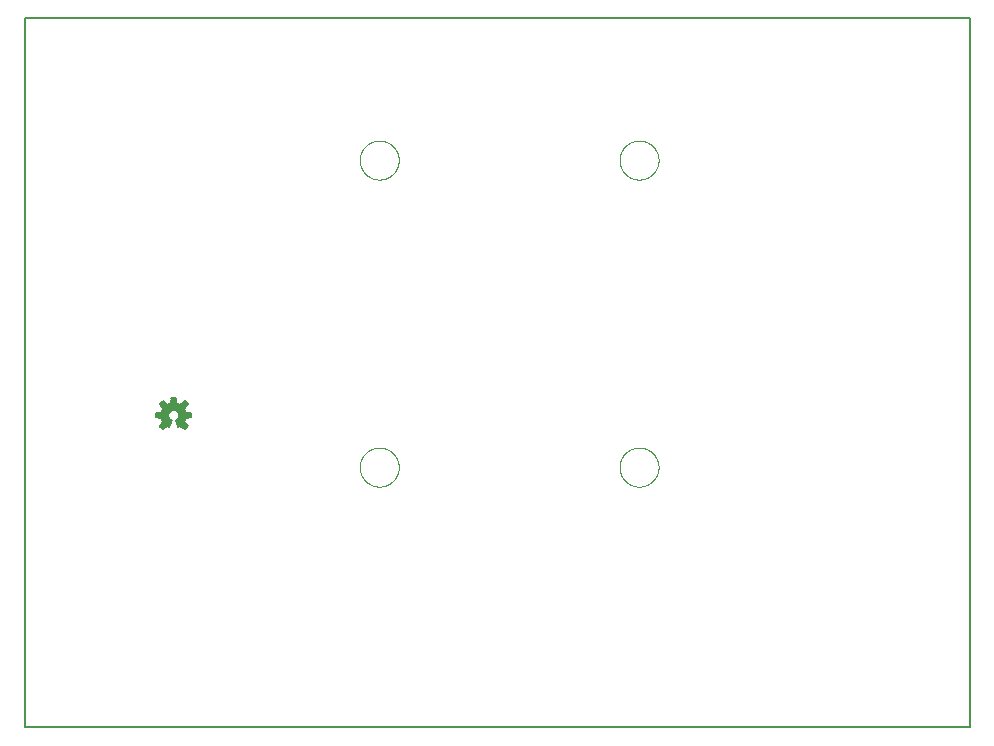
<source format=gbo>
G75*
%MOIN*%
%OFA0B0*%
%FSLAX25Y25*%
%IPPOS*%
%LPD*%
%AMOC8*
5,1,8,0,0,1.08239X$1,22.5*
%
%ADD10C,0.00800*%
%ADD11C,0.00591*%
%ADD12C,0.00000*%
D10*
X0146255Y0061333D02*
X0461216Y0061333D01*
X0461216Y0297554D01*
X0146255Y0297554D01*
X0146255Y0061333D01*
D11*
X0192219Y0160580D02*
X0191202Y0161598D01*
X0192412Y0163082D01*
X0192104Y0163680D01*
X0191899Y0164320D01*
X0189994Y0164514D01*
X0189994Y0165953D01*
X0191899Y0166147D01*
X0192104Y0166787D01*
X0192412Y0167385D01*
X0191202Y0168869D01*
X0192219Y0169887D01*
X0193703Y0168677D01*
X0194301Y0168985D01*
X0194942Y0169190D01*
X0195135Y0171095D01*
X0196575Y0171095D01*
X0196768Y0169190D01*
X0197409Y0168985D01*
X0198007Y0168677D01*
X0199491Y0169887D01*
X0200509Y0168869D01*
X0199298Y0167385D01*
X0199606Y0166787D01*
X0199811Y0166147D01*
X0201716Y0165953D01*
X0201716Y0164514D01*
X0199811Y0164320D01*
X0199606Y0163680D01*
X0199298Y0163082D01*
X0200509Y0161598D01*
X0199491Y0160580D01*
X0198007Y0161790D01*
X0197409Y0161482D01*
X0196561Y0163528D01*
X0196940Y0163740D01*
X0197259Y0164035D01*
X0197500Y0164395D01*
X0197650Y0164802D01*
X0197701Y0165233D01*
X0197648Y0165672D01*
X0197492Y0166085D01*
X0197243Y0166450D01*
X0196914Y0166745D01*
X0196524Y0166953D01*
X0196096Y0167063D01*
X0195654Y0167067D01*
X0195224Y0166967D01*
X0194830Y0166767D01*
X0194495Y0166480D01*
X0194238Y0166121D01*
X0194073Y0165711D01*
X0194010Y0165273D01*
X0194054Y0164834D01*
X0194200Y0164417D01*
X0194442Y0164047D01*
X0194764Y0163745D01*
X0195149Y0163528D01*
X0194301Y0161482D01*
X0193703Y0161790D01*
X0192219Y0160580D01*
X0191914Y0160885D02*
X0192593Y0160885D01*
X0193316Y0161474D02*
X0191325Y0161474D01*
X0191581Y0162063D02*
X0194542Y0162063D01*
X0194786Y0162652D02*
X0192061Y0162652D01*
X0192330Y0163241D02*
X0195030Y0163241D01*
X0194673Y0163830D02*
X0192056Y0163830D01*
X0190922Y0164419D02*
X0194199Y0164419D01*
X0194037Y0165008D02*
X0189994Y0165008D01*
X0189994Y0165597D02*
X0194057Y0165597D01*
X0194285Y0166186D02*
X0191911Y0166186D01*
X0192100Y0166776D02*
X0194846Y0166776D01*
X0196856Y0166776D02*
X0199610Y0166776D01*
X0199799Y0166186D02*
X0197423Y0166186D01*
X0197657Y0165597D02*
X0201716Y0165597D01*
X0201716Y0165008D02*
X0197674Y0165008D01*
X0197508Y0164419D02*
X0200788Y0164419D01*
X0199655Y0163830D02*
X0197037Y0163830D01*
X0196680Y0163241D02*
X0199380Y0163241D01*
X0199649Y0162652D02*
X0196924Y0162652D01*
X0197168Y0162063D02*
X0200129Y0162063D01*
X0200385Y0161474D02*
X0198394Y0161474D01*
X0199117Y0160885D02*
X0199796Y0160885D01*
X0199309Y0167365D02*
X0192401Y0167365D01*
X0191948Y0167954D02*
X0199762Y0167954D01*
X0200242Y0168543D02*
X0191468Y0168543D01*
X0191464Y0169132D02*
X0193145Y0169132D01*
X0192423Y0169721D02*
X0192053Y0169721D01*
X0194761Y0169132D02*
X0196949Y0169132D01*
X0196714Y0169721D02*
X0194996Y0169721D01*
X0195056Y0170310D02*
X0196655Y0170310D01*
X0196595Y0170899D02*
X0195115Y0170899D01*
X0198565Y0169132D02*
X0200246Y0169132D01*
X0199657Y0169721D02*
X0199287Y0169721D01*
D12*
X0257865Y0147948D02*
X0257867Y0148109D01*
X0257873Y0148269D01*
X0257883Y0148430D01*
X0257897Y0148590D01*
X0257915Y0148750D01*
X0257936Y0148909D01*
X0257962Y0149068D01*
X0257992Y0149226D01*
X0258025Y0149383D01*
X0258063Y0149540D01*
X0258104Y0149695D01*
X0258149Y0149849D01*
X0258198Y0150002D01*
X0258251Y0150154D01*
X0258307Y0150305D01*
X0258368Y0150454D01*
X0258431Y0150602D01*
X0258499Y0150748D01*
X0258570Y0150892D01*
X0258644Y0151034D01*
X0258722Y0151175D01*
X0258804Y0151313D01*
X0258889Y0151450D01*
X0258977Y0151584D01*
X0259069Y0151716D01*
X0259164Y0151846D01*
X0259262Y0151974D01*
X0259363Y0152099D01*
X0259467Y0152221D01*
X0259574Y0152341D01*
X0259684Y0152458D01*
X0259797Y0152573D01*
X0259913Y0152684D01*
X0260032Y0152793D01*
X0260153Y0152898D01*
X0260277Y0153001D01*
X0260403Y0153101D01*
X0260531Y0153197D01*
X0260662Y0153290D01*
X0260796Y0153380D01*
X0260931Y0153467D01*
X0261069Y0153550D01*
X0261208Y0153630D01*
X0261350Y0153706D01*
X0261493Y0153779D01*
X0261638Y0153848D01*
X0261785Y0153914D01*
X0261933Y0153976D01*
X0262083Y0154034D01*
X0262234Y0154089D01*
X0262387Y0154140D01*
X0262541Y0154187D01*
X0262696Y0154230D01*
X0262852Y0154269D01*
X0263008Y0154305D01*
X0263166Y0154336D01*
X0263324Y0154364D01*
X0263483Y0154388D01*
X0263643Y0154408D01*
X0263803Y0154424D01*
X0263963Y0154436D01*
X0264124Y0154444D01*
X0264285Y0154448D01*
X0264445Y0154448D01*
X0264606Y0154444D01*
X0264767Y0154436D01*
X0264927Y0154424D01*
X0265087Y0154408D01*
X0265247Y0154388D01*
X0265406Y0154364D01*
X0265564Y0154336D01*
X0265722Y0154305D01*
X0265878Y0154269D01*
X0266034Y0154230D01*
X0266189Y0154187D01*
X0266343Y0154140D01*
X0266496Y0154089D01*
X0266647Y0154034D01*
X0266797Y0153976D01*
X0266945Y0153914D01*
X0267092Y0153848D01*
X0267237Y0153779D01*
X0267380Y0153706D01*
X0267522Y0153630D01*
X0267661Y0153550D01*
X0267799Y0153467D01*
X0267934Y0153380D01*
X0268068Y0153290D01*
X0268199Y0153197D01*
X0268327Y0153101D01*
X0268453Y0153001D01*
X0268577Y0152898D01*
X0268698Y0152793D01*
X0268817Y0152684D01*
X0268933Y0152573D01*
X0269046Y0152458D01*
X0269156Y0152341D01*
X0269263Y0152221D01*
X0269367Y0152099D01*
X0269468Y0151974D01*
X0269566Y0151846D01*
X0269661Y0151716D01*
X0269753Y0151584D01*
X0269841Y0151450D01*
X0269926Y0151313D01*
X0270008Y0151175D01*
X0270086Y0151034D01*
X0270160Y0150892D01*
X0270231Y0150748D01*
X0270299Y0150602D01*
X0270362Y0150454D01*
X0270423Y0150305D01*
X0270479Y0150154D01*
X0270532Y0150002D01*
X0270581Y0149849D01*
X0270626Y0149695D01*
X0270667Y0149540D01*
X0270705Y0149383D01*
X0270738Y0149226D01*
X0270768Y0149068D01*
X0270794Y0148909D01*
X0270815Y0148750D01*
X0270833Y0148590D01*
X0270847Y0148430D01*
X0270857Y0148269D01*
X0270863Y0148109D01*
X0270865Y0147948D01*
X0270863Y0147787D01*
X0270857Y0147627D01*
X0270847Y0147466D01*
X0270833Y0147306D01*
X0270815Y0147146D01*
X0270794Y0146987D01*
X0270768Y0146828D01*
X0270738Y0146670D01*
X0270705Y0146513D01*
X0270667Y0146356D01*
X0270626Y0146201D01*
X0270581Y0146047D01*
X0270532Y0145894D01*
X0270479Y0145742D01*
X0270423Y0145591D01*
X0270362Y0145442D01*
X0270299Y0145294D01*
X0270231Y0145148D01*
X0270160Y0145004D01*
X0270086Y0144862D01*
X0270008Y0144721D01*
X0269926Y0144583D01*
X0269841Y0144446D01*
X0269753Y0144312D01*
X0269661Y0144180D01*
X0269566Y0144050D01*
X0269468Y0143922D01*
X0269367Y0143797D01*
X0269263Y0143675D01*
X0269156Y0143555D01*
X0269046Y0143438D01*
X0268933Y0143323D01*
X0268817Y0143212D01*
X0268698Y0143103D01*
X0268577Y0142998D01*
X0268453Y0142895D01*
X0268327Y0142795D01*
X0268199Y0142699D01*
X0268068Y0142606D01*
X0267934Y0142516D01*
X0267799Y0142429D01*
X0267661Y0142346D01*
X0267522Y0142266D01*
X0267380Y0142190D01*
X0267237Y0142117D01*
X0267092Y0142048D01*
X0266945Y0141982D01*
X0266797Y0141920D01*
X0266647Y0141862D01*
X0266496Y0141807D01*
X0266343Y0141756D01*
X0266189Y0141709D01*
X0266034Y0141666D01*
X0265878Y0141627D01*
X0265722Y0141591D01*
X0265564Y0141560D01*
X0265406Y0141532D01*
X0265247Y0141508D01*
X0265087Y0141488D01*
X0264927Y0141472D01*
X0264767Y0141460D01*
X0264606Y0141452D01*
X0264445Y0141448D01*
X0264285Y0141448D01*
X0264124Y0141452D01*
X0263963Y0141460D01*
X0263803Y0141472D01*
X0263643Y0141488D01*
X0263483Y0141508D01*
X0263324Y0141532D01*
X0263166Y0141560D01*
X0263008Y0141591D01*
X0262852Y0141627D01*
X0262696Y0141666D01*
X0262541Y0141709D01*
X0262387Y0141756D01*
X0262234Y0141807D01*
X0262083Y0141862D01*
X0261933Y0141920D01*
X0261785Y0141982D01*
X0261638Y0142048D01*
X0261493Y0142117D01*
X0261350Y0142190D01*
X0261208Y0142266D01*
X0261069Y0142346D01*
X0260931Y0142429D01*
X0260796Y0142516D01*
X0260662Y0142606D01*
X0260531Y0142699D01*
X0260403Y0142795D01*
X0260277Y0142895D01*
X0260153Y0142998D01*
X0260032Y0143103D01*
X0259913Y0143212D01*
X0259797Y0143323D01*
X0259684Y0143438D01*
X0259574Y0143555D01*
X0259467Y0143675D01*
X0259363Y0143797D01*
X0259262Y0143922D01*
X0259164Y0144050D01*
X0259069Y0144180D01*
X0258977Y0144312D01*
X0258889Y0144446D01*
X0258804Y0144583D01*
X0258722Y0144721D01*
X0258644Y0144862D01*
X0258570Y0145004D01*
X0258499Y0145148D01*
X0258431Y0145294D01*
X0258368Y0145442D01*
X0258307Y0145591D01*
X0258251Y0145742D01*
X0258198Y0145894D01*
X0258149Y0146047D01*
X0258104Y0146201D01*
X0258063Y0146356D01*
X0258025Y0146513D01*
X0257992Y0146670D01*
X0257962Y0146828D01*
X0257936Y0146987D01*
X0257915Y0147146D01*
X0257897Y0147306D01*
X0257883Y0147466D01*
X0257873Y0147627D01*
X0257867Y0147787D01*
X0257865Y0147948D01*
X0344479Y0147948D02*
X0344481Y0148109D01*
X0344487Y0148269D01*
X0344497Y0148430D01*
X0344511Y0148590D01*
X0344529Y0148750D01*
X0344550Y0148909D01*
X0344576Y0149068D01*
X0344606Y0149226D01*
X0344639Y0149383D01*
X0344677Y0149540D01*
X0344718Y0149695D01*
X0344763Y0149849D01*
X0344812Y0150002D01*
X0344865Y0150154D01*
X0344921Y0150305D01*
X0344982Y0150454D01*
X0345045Y0150602D01*
X0345113Y0150748D01*
X0345184Y0150892D01*
X0345258Y0151034D01*
X0345336Y0151175D01*
X0345418Y0151313D01*
X0345503Y0151450D01*
X0345591Y0151584D01*
X0345683Y0151716D01*
X0345778Y0151846D01*
X0345876Y0151974D01*
X0345977Y0152099D01*
X0346081Y0152221D01*
X0346188Y0152341D01*
X0346298Y0152458D01*
X0346411Y0152573D01*
X0346527Y0152684D01*
X0346646Y0152793D01*
X0346767Y0152898D01*
X0346891Y0153001D01*
X0347017Y0153101D01*
X0347145Y0153197D01*
X0347276Y0153290D01*
X0347410Y0153380D01*
X0347545Y0153467D01*
X0347683Y0153550D01*
X0347822Y0153630D01*
X0347964Y0153706D01*
X0348107Y0153779D01*
X0348252Y0153848D01*
X0348399Y0153914D01*
X0348547Y0153976D01*
X0348697Y0154034D01*
X0348848Y0154089D01*
X0349001Y0154140D01*
X0349155Y0154187D01*
X0349310Y0154230D01*
X0349466Y0154269D01*
X0349622Y0154305D01*
X0349780Y0154336D01*
X0349938Y0154364D01*
X0350097Y0154388D01*
X0350257Y0154408D01*
X0350417Y0154424D01*
X0350577Y0154436D01*
X0350738Y0154444D01*
X0350899Y0154448D01*
X0351059Y0154448D01*
X0351220Y0154444D01*
X0351381Y0154436D01*
X0351541Y0154424D01*
X0351701Y0154408D01*
X0351861Y0154388D01*
X0352020Y0154364D01*
X0352178Y0154336D01*
X0352336Y0154305D01*
X0352492Y0154269D01*
X0352648Y0154230D01*
X0352803Y0154187D01*
X0352957Y0154140D01*
X0353110Y0154089D01*
X0353261Y0154034D01*
X0353411Y0153976D01*
X0353559Y0153914D01*
X0353706Y0153848D01*
X0353851Y0153779D01*
X0353994Y0153706D01*
X0354136Y0153630D01*
X0354275Y0153550D01*
X0354413Y0153467D01*
X0354548Y0153380D01*
X0354682Y0153290D01*
X0354813Y0153197D01*
X0354941Y0153101D01*
X0355067Y0153001D01*
X0355191Y0152898D01*
X0355312Y0152793D01*
X0355431Y0152684D01*
X0355547Y0152573D01*
X0355660Y0152458D01*
X0355770Y0152341D01*
X0355877Y0152221D01*
X0355981Y0152099D01*
X0356082Y0151974D01*
X0356180Y0151846D01*
X0356275Y0151716D01*
X0356367Y0151584D01*
X0356455Y0151450D01*
X0356540Y0151313D01*
X0356622Y0151175D01*
X0356700Y0151034D01*
X0356774Y0150892D01*
X0356845Y0150748D01*
X0356913Y0150602D01*
X0356976Y0150454D01*
X0357037Y0150305D01*
X0357093Y0150154D01*
X0357146Y0150002D01*
X0357195Y0149849D01*
X0357240Y0149695D01*
X0357281Y0149540D01*
X0357319Y0149383D01*
X0357352Y0149226D01*
X0357382Y0149068D01*
X0357408Y0148909D01*
X0357429Y0148750D01*
X0357447Y0148590D01*
X0357461Y0148430D01*
X0357471Y0148269D01*
X0357477Y0148109D01*
X0357479Y0147948D01*
X0357477Y0147787D01*
X0357471Y0147627D01*
X0357461Y0147466D01*
X0357447Y0147306D01*
X0357429Y0147146D01*
X0357408Y0146987D01*
X0357382Y0146828D01*
X0357352Y0146670D01*
X0357319Y0146513D01*
X0357281Y0146356D01*
X0357240Y0146201D01*
X0357195Y0146047D01*
X0357146Y0145894D01*
X0357093Y0145742D01*
X0357037Y0145591D01*
X0356976Y0145442D01*
X0356913Y0145294D01*
X0356845Y0145148D01*
X0356774Y0145004D01*
X0356700Y0144862D01*
X0356622Y0144721D01*
X0356540Y0144583D01*
X0356455Y0144446D01*
X0356367Y0144312D01*
X0356275Y0144180D01*
X0356180Y0144050D01*
X0356082Y0143922D01*
X0355981Y0143797D01*
X0355877Y0143675D01*
X0355770Y0143555D01*
X0355660Y0143438D01*
X0355547Y0143323D01*
X0355431Y0143212D01*
X0355312Y0143103D01*
X0355191Y0142998D01*
X0355067Y0142895D01*
X0354941Y0142795D01*
X0354813Y0142699D01*
X0354682Y0142606D01*
X0354548Y0142516D01*
X0354413Y0142429D01*
X0354275Y0142346D01*
X0354136Y0142266D01*
X0353994Y0142190D01*
X0353851Y0142117D01*
X0353706Y0142048D01*
X0353559Y0141982D01*
X0353411Y0141920D01*
X0353261Y0141862D01*
X0353110Y0141807D01*
X0352957Y0141756D01*
X0352803Y0141709D01*
X0352648Y0141666D01*
X0352492Y0141627D01*
X0352336Y0141591D01*
X0352178Y0141560D01*
X0352020Y0141532D01*
X0351861Y0141508D01*
X0351701Y0141488D01*
X0351541Y0141472D01*
X0351381Y0141460D01*
X0351220Y0141452D01*
X0351059Y0141448D01*
X0350899Y0141448D01*
X0350738Y0141452D01*
X0350577Y0141460D01*
X0350417Y0141472D01*
X0350257Y0141488D01*
X0350097Y0141508D01*
X0349938Y0141532D01*
X0349780Y0141560D01*
X0349622Y0141591D01*
X0349466Y0141627D01*
X0349310Y0141666D01*
X0349155Y0141709D01*
X0349001Y0141756D01*
X0348848Y0141807D01*
X0348697Y0141862D01*
X0348547Y0141920D01*
X0348399Y0141982D01*
X0348252Y0142048D01*
X0348107Y0142117D01*
X0347964Y0142190D01*
X0347822Y0142266D01*
X0347683Y0142346D01*
X0347545Y0142429D01*
X0347410Y0142516D01*
X0347276Y0142606D01*
X0347145Y0142699D01*
X0347017Y0142795D01*
X0346891Y0142895D01*
X0346767Y0142998D01*
X0346646Y0143103D01*
X0346527Y0143212D01*
X0346411Y0143323D01*
X0346298Y0143438D01*
X0346188Y0143555D01*
X0346081Y0143675D01*
X0345977Y0143797D01*
X0345876Y0143922D01*
X0345778Y0144050D01*
X0345683Y0144180D01*
X0345591Y0144312D01*
X0345503Y0144446D01*
X0345418Y0144583D01*
X0345336Y0144721D01*
X0345258Y0144862D01*
X0345184Y0145004D01*
X0345113Y0145148D01*
X0345045Y0145294D01*
X0344982Y0145442D01*
X0344921Y0145591D01*
X0344865Y0145742D01*
X0344812Y0145894D01*
X0344763Y0146047D01*
X0344718Y0146201D01*
X0344677Y0146356D01*
X0344639Y0146513D01*
X0344606Y0146670D01*
X0344576Y0146828D01*
X0344550Y0146987D01*
X0344529Y0147146D01*
X0344511Y0147306D01*
X0344497Y0147466D01*
X0344487Y0147627D01*
X0344481Y0147787D01*
X0344479Y0147948D01*
X0344479Y0250310D02*
X0344481Y0250471D01*
X0344487Y0250631D01*
X0344497Y0250792D01*
X0344511Y0250952D01*
X0344529Y0251112D01*
X0344550Y0251271D01*
X0344576Y0251430D01*
X0344606Y0251588D01*
X0344639Y0251745D01*
X0344677Y0251902D01*
X0344718Y0252057D01*
X0344763Y0252211D01*
X0344812Y0252364D01*
X0344865Y0252516D01*
X0344921Y0252667D01*
X0344982Y0252816D01*
X0345045Y0252964D01*
X0345113Y0253110D01*
X0345184Y0253254D01*
X0345258Y0253396D01*
X0345336Y0253537D01*
X0345418Y0253675D01*
X0345503Y0253812D01*
X0345591Y0253946D01*
X0345683Y0254078D01*
X0345778Y0254208D01*
X0345876Y0254336D01*
X0345977Y0254461D01*
X0346081Y0254583D01*
X0346188Y0254703D01*
X0346298Y0254820D01*
X0346411Y0254935D01*
X0346527Y0255046D01*
X0346646Y0255155D01*
X0346767Y0255260D01*
X0346891Y0255363D01*
X0347017Y0255463D01*
X0347145Y0255559D01*
X0347276Y0255652D01*
X0347410Y0255742D01*
X0347545Y0255829D01*
X0347683Y0255912D01*
X0347822Y0255992D01*
X0347964Y0256068D01*
X0348107Y0256141D01*
X0348252Y0256210D01*
X0348399Y0256276D01*
X0348547Y0256338D01*
X0348697Y0256396D01*
X0348848Y0256451D01*
X0349001Y0256502D01*
X0349155Y0256549D01*
X0349310Y0256592D01*
X0349466Y0256631D01*
X0349622Y0256667D01*
X0349780Y0256698D01*
X0349938Y0256726D01*
X0350097Y0256750D01*
X0350257Y0256770D01*
X0350417Y0256786D01*
X0350577Y0256798D01*
X0350738Y0256806D01*
X0350899Y0256810D01*
X0351059Y0256810D01*
X0351220Y0256806D01*
X0351381Y0256798D01*
X0351541Y0256786D01*
X0351701Y0256770D01*
X0351861Y0256750D01*
X0352020Y0256726D01*
X0352178Y0256698D01*
X0352336Y0256667D01*
X0352492Y0256631D01*
X0352648Y0256592D01*
X0352803Y0256549D01*
X0352957Y0256502D01*
X0353110Y0256451D01*
X0353261Y0256396D01*
X0353411Y0256338D01*
X0353559Y0256276D01*
X0353706Y0256210D01*
X0353851Y0256141D01*
X0353994Y0256068D01*
X0354136Y0255992D01*
X0354275Y0255912D01*
X0354413Y0255829D01*
X0354548Y0255742D01*
X0354682Y0255652D01*
X0354813Y0255559D01*
X0354941Y0255463D01*
X0355067Y0255363D01*
X0355191Y0255260D01*
X0355312Y0255155D01*
X0355431Y0255046D01*
X0355547Y0254935D01*
X0355660Y0254820D01*
X0355770Y0254703D01*
X0355877Y0254583D01*
X0355981Y0254461D01*
X0356082Y0254336D01*
X0356180Y0254208D01*
X0356275Y0254078D01*
X0356367Y0253946D01*
X0356455Y0253812D01*
X0356540Y0253675D01*
X0356622Y0253537D01*
X0356700Y0253396D01*
X0356774Y0253254D01*
X0356845Y0253110D01*
X0356913Y0252964D01*
X0356976Y0252816D01*
X0357037Y0252667D01*
X0357093Y0252516D01*
X0357146Y0252364D01*
X0357195Y0252211D01*
X0357240Y0252057D01*
X0357281Y0251902D01*
X0357319Y0251745D01*
X0357352Y0251588D01*
X0357382Y0251430D01*
X0357408Y0251271D01*
X0357429Y0251112D01*
X0357447Y0250952D01*
X0357461Y0250792D01*
X0357471Y0250631D01*
X0357477Y0250471D01*
X0357479Y0250310D01*
X0357477Y0250149D01*
X0357471Y0249989D01*
X0357461Y0249828D01*
X0357447Y0249668D01*
X0357429Y0249508D01*
X0357408Y0249349D01*
X0357382Y0249190D01*
X0357352Y0249032D01*
X0357319Y0248875D01*
X0357281Y0248718D01*
X0357240Y0248563D01*
X0357195Y0248409D01*
X0357146Y0248256D01*
X0357093Y0248104D01*
X0357037Y0247953D01*
X0356976Y0247804D01*
X0356913Y0247656D01*
X0356845Y0247510D01*
X0356774Y0247366D01*
X0356700Y0247224D01*
X0356622Y0247083D01*
X0356540Y0246945D01*
X0356455Y0246808D01*
X0356367Y0246674D01*
X0356275Y0246542D01*
X0356180Y0246412D01*
X0356082Y0246284D01*
X0355981Y0246159D01*
X0355877Y0246037D01*
X0355770Y0245917D01*
X0355660Y0245800D01*
X0355547Y0245685D01*
X0355431Y0245574D01*
X0355312Y0245465D01*
X0355191Y0245360D01*
X0355067Y0245257D01*
X0354941Y0245157D01*
X0354813Y0245061D01*
X0354682Y0244968D01*
X0354548Y0244878D01*
X0354413Y0244791D01*
X0354275Y0244708D01*
X0354136Y0244628D01*
X0353994Y0244552D01*
X0353851Y0244479D01*
X0353706Y0244410D01*
X0353559Y0244344D01*
X0353411Y0244282D01*
X0353261Y0244224D01*
X0353110Y0244169D01*
X0352957Y0244118D01*
X0352803Y0244071D01*
X0352648Y0244028D01*
X0352492Y0243989D01*
X0352336Y0243953D01*
X0352178Y0243922D01*
X0352020Y0243894D01*
X0351861Y0243870D01*
X0351701Y0243850D01*
X0351541Y0243834D01*
X0351381Y0243822D01*
X0351220Y0243814D01*
X0351059Y0243810D01*
X0350899Y0243810D01*
X0350738Y0243814D01*
X0350577Y0243822D01*
X0350417Y0243834D01*
X0350257Y0243850D01*
X0350097Y0243870D01*
X0349938Y0243894D01*
X0349780Y0243922D01*
X0349622Y0243953D01*
X0349466Y0243989D01*
X0349310Y0244028D01*
X0349155Y0244071D01*
X0349001Y0244118D01*
X0348848Y0244169D01*
X0348697Y0244224D01*
X0348547Y0244282D01*
X0348399Y0244344D01*
X0348252Y0244410D01*
X0348107Y0244479D01*
X0347964Y0244552D01*
X0347822Y0244628D01*
X0347683Y0244708D01*
X0347545Y0244791D01*
X0347410Y0244878D01*
X0347276Y0244968D01*
X0347145Y0245061D01*
X0347017Y0245157D01*
X0346891Y0245257D01*
X0346767Y0245360D01*
X0346646Y0245465D01*
X0346527Y0245574D01*
X0346411Y0245685D01*
X0346298Y0245800D01*
X0346188Y0245917D01*
X0346081Y0246037D01*
X0345977Y0246159D01*
X0345876Y0246284D01*
X0345778Y0246412D01*
X0345683Y0246542D01*
X0345591Y0246674D01*
X0345503Y0246808D01*
X0345418Y0246945D01*
X0345336Y0247083D01*
X0345258Y0247224D01*
X0345184Y0247366D01*
X0345113Y0247510D01*
X0345045Y0247656D01*
X0344982Y0247804D01*
X0344921Y0247953D01*
X0344865Y0248104D01*
X0344812Y0248256D01*
X0344763Y0248409D01*
X0344718Y0248563D01*
X0344677Y0248718D01*
X0344639Y0248875D01*
X0344606Y0249032D01*
X0344576Y0249190D01*
X0344550Y0249349D01*
X0344529Y0249508D01*
X0344511Y0249668D01*
X0344497Y0249828D01*
X0344487Y0249989D01*
X0344481Y0250149D01*
X0344479Y0250310D01*
X0257865Y0250310D02*
X0257867Y0250471D01*
X0257873Y0250631D01*
X0257883Y0250792D01*
X0257897Y0250952D01*
X0257915Y0251112D01*
X0257936Y0251271D01*
X0257962Y0251430D01*
X0257992Y0251588D01*
X0258025Y0251745D01*
X0258063Y0251902D01*
X0258104Y0252057D01*
X0258149Y0252211D01*
X0258198Y0252364D01*
X0258251Y0252516D01*
X0258307Y0252667D01*
X0258368Y0252816D01*
X0258431Y0252964D01*
X0258499Y0253110D01*
X0258570Y0253254D01*
X0258644Y0253396D01*
X0258722Y0253537D01*
X0258804Y0253675D01*
X0258889Y0253812D01*
X0258977Y0253946D01*
X0259069Y0254078D01*
X0259164Y0254208D01*
X0259262Y0254336D01*
X0259363Y0254461D01*
X0259467Y0254583D01*
X0259574Y0254703D01*
X0259684Y0254820D01*
X0259797Y0254935D01*
X0259913Y0255046D01*
X0260032Y0255155D01*
X0260153Y0255260D01*
X0260277Y0255363D01*
X0260403Y0255463D01*
X0260531Y0255559D01*
X0260662Y0255652D01*
X0260796Y0255742D01*
X0260931Y0255829D01*
X0261069Y0255912D01*
X0261208Y0255992D01*
X0261350Y0256068D01*
X0261493Y0256141D01*
X0261638Y0256210D01*
X0261785Y0256276D01*
X0261933Y0256338D01*
X0262083Y0256396D01*
X0262234Y0256451D01*
X0262387Y0256502D01*
X0262541Y0256549D01*
X0262696Y0256592D01*
X0262852Y0256631D01*
X0263008Y0256667D01*
X0263166Y0256698D01*
X0263324Y0256726D01*
X0263483Y0256750D01*
X0263643Y0256770D01*
X0263803Y0256786D01*
X0263963Y0256798D01*
X0264124Y0256806D01*
X0264285Y0256810D01*
X0264445Y0256810D01*
X0264606Y0256806D01*
X0264767Y0256798D01*
X0264927Y0256786D01*
X0265087Y0256770D01*
X0265247Y0256750D01*
X0265406Y0256726D01*
X0265564Y0256698D01*
X0265722Y0256667D01*
X0265878Y0256631D01*
X0266034Y0256592D01*
X0266189Y0256549D01*
X0266343Y0256502D01*
X0266496Y0256451D01*
X0266647Y0256396D01*
X0266797Y0256338D01*
X0266945Y0256276D01*
X0267092Y0256210D01*
X0267237Y0256141D01*
X0267380Y0256068D01*
X0267522Y0255992D01*
X0267661Y0255912D01*
X0267799Y0255829D01*
X0267934Y0255742D01*
X0268068Y0255652D01*
X0268199Y0255559D01*
X0268327Y0255463D01*
X0268453Y0255363D01*
X0268577Y0255260D01*
X0268698Y0255155D01*
X0268817Y0255046D01*
X0268933Y0254935D01*
X0269046Y0254820D01*
X0269156Y0254703D01*
X0269263Y0254583D01*
X0269367Y0254461D01*
X0269468Y0254336D01*
X0269566Y0254208D01*
X0269661Y0254078D01*
X0269753Y0253946D01*
X0269841Y0253812D01*
X0269926Y0253675D01*
X0270008Y0253537D01*
X0270086Y0253396D01*
X0270160Y0253254D01*
X0270231Y0253110D01*
X0270299Y0252964D01*
X0270362Y0252816D01*
X0270423Y0252667D01*
X0270479Y0252516D01*
X0270532Y0252364D01*
X0270581Y0252211D01*
X0270626Y0252057D01*
X0270667Y0251902D01*
X0270705Y0251745D01*
X0270738Y0251588D01*
X0270768Y0251430D01*
X0270794Y0251271D01*
X0270815Y0251112D01*
X0270833Y0250952D01*
X0270847Y0250792D01*
X0270857Y0250631D01*
X0270863Y0250471D01*
X0270865Y0250310D01*
X0270863Y0250149D01*
X0270857Y0249989D01*
X0270847Y0249828D01*
X0270833Y0249668D01*
X0270815Y0249508D01*
X0270794Y0249349D01*
X0270768Y0249190D01*
X0270738Y0249032D01*
X0270705Y0248875D01*
X0270667Y0248718D01*
X0270626Y0248563D01*
X0270581Y0248409D01*
X0270532Y0248256D01*
X0270479Y0248104D01*
X0270423Y0247953D01*
X0270362Y0247804D01*
X0270299Y0247656D01*
X0270231Y0247510D01*
X0270160Y0247366D01*
X0270086Y0247224D01*
X0270008Y0247083D01*
X0269926Y0246945D01*
X0269841Y0246808D01*
X0269753Y0246674D01*
X0269661Y0246542D01*
X0269566Y0246412D01*
X0269468Y0246284D01*
X0269367Y0246159D01*
X0269263Y0246037D01*
X0269156Y0245917D01*
X0269046Y0245800D01*
X0268933Y0245685D01*
X0268817Y0245574D01*
X0268698Y0245465D01*
X0268577Y0245360D01*
X0268453Y0245257D01*
X0268327Y0245157D01*
X0268199Y0245061D01*
X0268068Y0244968D01*
X0267934Y0244878D01*
X0267799Y0244791D01*
X0267661Y0244708D01*
X0267522Y0244628D01*
X0267380Y0244552D01*
X0267237Y0244479D01*
X0267092Y0244410D01*
X0266945Y0244344D01*
X0266797Y0244282D01*
X0266647Y0244224D01*
X0266496Y0244169D01*
X0266343Y0244118D01*
X0266189Y0244071D01*
X0266034Y0244028D01*
X0265878Y0243989D01*
X0265722Y0243953D01*
X0265564Y0243922D01*
X0265406Y0243894D01*
X0265247Y0243870D01*
X0265087Y0243850D01*
X0264927Y0243834D01*
X0264767Y0243822D01*
X0264606Y0243814D01*
X0264445Y0243810D01*
X0264285Y0243810D01*
X0264124Y0243814D01*
X0263963Y0243822D01*
X0263803Y0243834D01*
X0263643Y0243850D01*
X0263483Y0243870D01*
X0263324Y0243894D01*
X0263166Y0243922D01*
X0263008Y0243953D01*
X0262852Y0243989D01*
X0262696Y0244028D01*
X0262541Y0244071D01*
X0262387Y0244118D01*
X0262234Y0244169D01*
X0262083Y0244224D01*
X0261933Y0244282D01*
X0261785Y0244344D01*
X0261638Y0244410D01*
X0261493Y0244479D01*
X0261350Y0244552D01*
X0261208Y0244628D01*
X0261069Y0244708D01*
X0260931Y0244791D01*
X0260796Y0244878D01*
X0260662Y0244968D01*
X0260531Y0245061D01*
X0260403Y0245157D01*
X0260277Y0245257D01*
X0260153Y0245360D01*
X0260032Y0245465D01*
X0259913Y0245574D01*
X0259797Y0245685D01*
X0259684Y0245800D01*
X0259574Y0245917D01*
X0259467Y0246037D01*
X0259363Y0246159D01*
X0259262Y0246284D01*
X0259164Y0246412D01*
X0259069Y0246542D01*
X0258977Y0246674D01*
X0258889Y0246808D01*
X0258804Y0246945D01*
X0258722Y0247083D01*
X0258644Y0247224D01*
X0258570Y0247366D01*
X0258499Y0247510D01*
X0258431Y0247656D01*
X0258368Y0247804D01*
X0258307Y0247953D01*
X0258251Y0248104D01*
X0258198Y0248256D01*
X0258149Y0248409D01*
X0258104Y0248563D01*
X0258063Y0248718D01*
X0258025Y0248875D01*
X0257992Y0249032D01*
X0257962Y0249190D01*
X0257936Y0249349D01*
X0257915Y0249508D01*
X0257897Y0249668D01*
X0257883Y0249828D01*
X0257873Y0249989D01*
X0257867Y0250149D01*
X0257865Y0250310D01*
M02*

</source>
